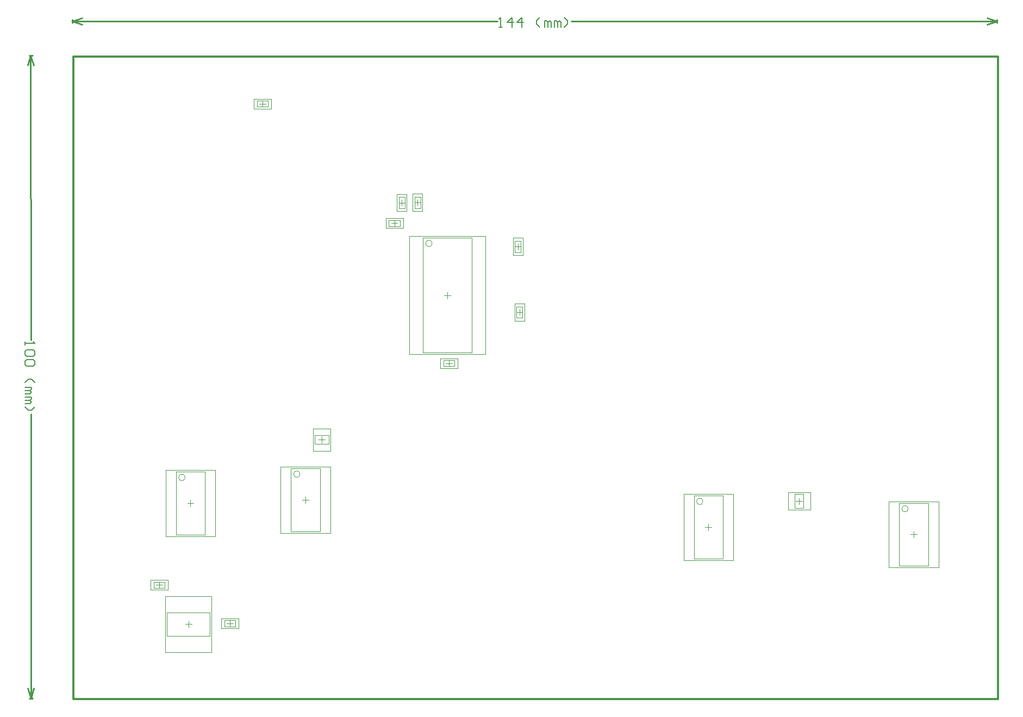
<source format=gko>
%FSLAX42Y42*%
%MOMM*%
G71*
G01*
G75*
G04 Layer_Color=16711935*
%ADD10O,1.40X0.45*%
%ADD11R,0.40X0.80*%
%ADD12R,1.00X0.90*%
%ADD13R,0.90X1.00*%
%ADD14R,0.80X0.40*%
%ADD15O,1.90X0.60*%
%ADD16R,0.90X2.25*%
%ADD17R,3.25X2.25*%
%ADD18C,0.25*%
%ADD19C,0.40*%
%ADD20C,0.30*%
%ADD21C,0.80*%
%ADD22C,0.50*%
%ADD23C,0.10*%
%ADD24C,0.05*%
%ADD25C,0.15*%
%ADD26C,1.50*%
%ADD27C,5.00*%
%ADD28C,2.00*%
%ADD29C,1.27*%
%ADD30C,6.00*%
%ADD31C,0.60*%
%ADD32C,0.25*%
%ADD33C,0.20*%
%ADD34O,1.60X0.65*%
%ADD35R,0.66X1.06*%
%ADD36R,0.60X1.00*%
%ADD37R,1.20X1.10*%
%ADD38R,1.10X1.20*%
%ADD39R,1.06X0.66*%
%ADD40R,1.00X0.60*%
%ADD41O,2.10X0.80*%
%ADD42R,1.10X2.45*%
%ADD43R,3.45X2.45*%
%ADD44C,1.70*%
%ADD45C,5.20*%
%ADD46C,2.20*%
%ADD47C,1.47*%
%ADD48C,6.20*%
D18*
X-16Y10545D02*
X6610D01*
X7757D02*
X14384D01*
X-16D02*
X136Y10596D01*
X-16Y10545D02*
X136Y10494D01*
X14231Y10596D02*
X14384Y10545D01*
X14231Y10494D02*
X14384Y10545D01*
X-16Y10520D02*
Y10570D01*
X14384Y10520D02*
Y10570D01*
X-663Y10011D02*
X-662Y5585D01*
X-662Y4438D02*
X-662Y11D01*
X-663Y10011D02*
X-612Y9859D01*
X-713D02*
X-663Y10011D01*
X-662Y11D02*
X-612Y164D01*
X-713D02*
X-662Y11D01*
X-688Y10011D02*
X-637D01*
X-688Y11D02*
X-637D01*
D20*
X0Y10000D02*
X0Y0D01*
X0Y10000D02*
X14400D01*
Y0D02*
Y10000D01*
X0Y0D02*
X14400Y0D01*
D23*
X9808Y3075D02*
G03*
X9808Y3075I-50J0D01*
G01*
X13006Y2960D02*
G03*
X13006Y2960I-50J0D01*
G01*
X1741Y3448D02*
G03*
X1741Y3448I-50J0D01*
G01*
X5589Y7089D02*
G03*
X5589Y7089I-50J0D01*
G01*
X3532Y3499D02*
G03*
X3532Y3499I-50J0D01*
G01*
X9668Y2185D02*
X10118D01*
X9668Y3165D02*
X10118D01*
Y2185D02*
Y3165D01*
X9668Y2185D02*
Y3165D01*
X12866Y2070D02*
X13316D01*
X12866Y3050D02*
X13316D01*
Y2070D02*
Y3050D01*
X12866Y2070D02*
Y3050D01*
X3760Y4103D02*
X3980D01*
X3760Y3967D02*
X3980D01*
Y4103D01*
X3760Y3967D02*
Y4103D01*
X5317Y7639D02*
X5412D01*
X5317Y7814D02*
X5412D01*
X5317Y7639D02*
Y7814D01*
X5412Y7639D02*
Y7814D01*
X5940Y5177D02*
Y5272D01*
X5765Y5177D02*
Y5272D01*
Y5177D02*
X5940D01*
X5765Y5272D02*
X5940D01*
X6904Y6107D02*
X6999D01*
X6904Y5932D02*
X6999D01*
Y6107D01*
X6904Y5932D02*
Y6107D01*
X5071Y7812D02*
X5166D01*
X5071Y7637D02*
X5166D01*
Y7812D01*
X5071Y7637D02*
Y7812D01*
X6879Y6953D02*
X6974D01*
X6879Y7128D02*
X6974D01*
X6879Y6953D02*
Y7128D01*
X6974Y6953D02*
Y7128D01*
X2861Y9216D02*
Y9311D01*
X3036Y9216D02*
Y9311D01*
X2861D02*
X3036D01*
X2861Y9216D02*
X3036D01*
X5091Y7357D02*
Y7452D01*
X4916Y7357D02*
Y7452D01*
Y7357D02*
X5091D01*
X4916Y7452D02*
X5091D01*
X1601Y2558D02*
X2051D01*
X1601Y3538D02*
X2051D01*
Y2558D02*
Y3538D01*
X1601Y2558D02*
Y3538D01*
X11240Y2967D02*
Y3188D01*
X11375Y2967D02*
Y3188D01*
X11240D02*
X11375D01*
X11240Y2967D02*
X11375D01*
X1252Y1727D02*
X1427D01*
X1252Y1823D02*
X1427D01*
Y1727D02*
Y1823D01*
X1252Y1727D02*
Y1823D01*
X5449Y5389D02*
X6209D01*
X5449Y7179D02*
X6209D01*
Y5389D02*
Y7179D01*
X5449Y5389D02*
Y7179D01*
X1461Y1348D02*
X2131D01*
X1461Y978D02*
X2131D01*
Y1348D01*
X1461Y978D02*
Y1348D01*
X2352Y1127D02*
Y1223D01*
X2527Y1127D02*
Y1223D01*
X2352D02*
X2527D01*
X2352Y1127D02*
X2527D01*
X3392Y2609D02*
X3842D01*
X3392Y3589D02*
X3842D01*
Y2609D02*
Y3589D01*
X3392Y2609D02*
Y3589D01*
X9893Y2625D02*
Y2725D01*
X9843Y2675D02*
X9943D01*
X13091Y2510D02*
Y2610D01*
X13041Y2560D02*
X13141D01*
X3870Y3985D02*
Y4085D01*
X3820Y4035D02*
X3920D01*
X5364Y7679D02*
Y7774D01*
X5317Y7727D02*
X5412D01*
X5805Y5225D02*
X5900D01*
X5852Y5177D02*
Y5272D01*
X6952Y5972D02*
Y6067D01*
X6904Y6020D02*
X6999D01*
X5118Y7677D02*
Y7772D01*
X5071Y7724D02*
X5166D01*
X6927Y6993D02*
Y7088D01*
X6879Y7041D02*
X6974D01*
X2901Y9263D02*
X2996D01*
X2949Y9216D02*
Y9311D01*
X4956Y7404D02*
X5051D01*
X5004Y7357D02*
Y7452D01*
X1826Y2998D02*
Y3098D01*
X1776Y3048D02*
X1876D01*
X11257Y3077D02*
X11357D01*
X11307Y3027D02*
Y3127D01*
X1340Y1727D02*
Y1823D01*
X1293Y1775D02*
X1388D01*
X5829Y6234D02*
Y6334D01*
X5779Y6284D02*
X5879D01*
X1796Y1113D02*
Y1213D01*
X1746Y1163D02*
X1846D01*
X2392Y1175D02*
X2488D01*
X2440Y1127D02*
Y1223D01*
X3617Y3049D02*
Y3149D01*
X3567Y3099D02*
X3667D01*
D24*
X9506Y2160D02*
X10281D01*
X9506Y3190D02*
X10281D01*
Y2160D02*
Y3190D01*
X9506Y2160D02*
Y3190D01*
X12704Y2045D02*
X13479D01*
X12704Y3075D02*
X13479D01*
Y2045D02*
Y3075D01*
X12704Y2045D02*
Y3075D01*
X3735Y4208D02*
X4005D01*
X3735Y3862D02*
X4005D01*
Y4208D01*
X3735Y3862D02*
Y4208D01*
X5289Y7592D02*
X5439D01*
X5289Y7862D02*
X5439D01*
X5289Y7592D02*
Y7862D01*
X5439Y7592D02*
Y7862D01*
X5987Y5150D02*
Y5300D01*
X5717Y5150D02*
Y5300D01*
Y5150D02*
X5987D01*
X5717Y5300D02*
X5987D01*
X6877Y6155D02*
X7027D01*
X6877Y5885D02*
X7027D01*
Y6155D01*
X6877Y5885D02*
Y6155D01*
X5043Y7859D02*
X5193D01*
X5043Y7589D02*
X5193D01*
Y7859D01*
X5043Y7589D02*
Y7859D01*
X6852Y6906D02*
X7002D01*
X6852Y7176D02*
X7002D01*
X6852Y6906D02*
Y7176D01*
X7002Y6906D02*
Y7176D01*
X2814Y9188D02*
Y9338D01*
X3084Y9188D02*
Y9338D01*
X2814D02*
X3084D01*
X2814Y9188D02*
X3084D01*
X5139Y7329D02*
Y7479D01*
X4869Y7329D02*
Y7479D01*
Y7329D02*
X5139D01*
X4869Y7479D02*
X5139D01*
X1439Y2533D02*
X2214D01*
X1439Y3563D02*
X2214D01*
Y2533D02*
Y3563D01*
X1439Y2533D02*
Y3563D01*
X11135Y2942D02*
Y3212D01*
X11480Y2942D02*
Y3212D01*
X11135D02*
X11480D01*
X11135Y2942D02*
X11480D01*
X1205Y1700D02*
X1475D01*
X1205Y1850D02*
X1475D01*
Y1700D02*
Y1850D01*
X1205Y1700D02*
Y1850D01*
X5237Y5364D02*
X6422D01*
X5237Y7204D02*
X6422D01*
Y5364D02*
Y7204D01*
X5237Y5364D02*
Y7204D01*
X1436Y1598D02*
X2156D01*
X1436Y728D02*
X2156D01*
Y1598D01*
X1436Y728D02*
Y1598D01*
X2305Y1100D02*
Y1250D01*
X2575Y1100D02*
Y1250D01*
X2305D02*
X2575D01*
X2305Y1100D02*
X2575D01*
X3229Y2584D02*
X4004D01*
X3229Y3614D02*
X4004D01*
Y2584D02*
Y3614D01*
X3229Y2584D02*
Y3614D01*
D25*
X6635Y10454D02*
X6686D01*
X6661D01*
Y10606D01*
X6635Y10581D01*
X6838Y10454D02*
Y10606D01*
X6762Y10530D01*
X6864D01*
X6991Y10454D02*
Y10606D01*
X6914Y10530D01*
X7016D01*
X7270Y10454D02*
X7219Y10504D01*
Y10555D01*
X7270Y10606D01*
X7346Y10454D02*
Y10555D01*
X7372D01*
X7397Y10530D01*
Y10454D01*
Y10530D01*
X7422Y10555D01*
X7448Y10530D01*
Y10454D01*
X7498D02*
Y10555D01*
X7524D01*
X7549Y10530D01*
Y10454D01*
Y10530D01*
X7575Y10555D01*
X7600Y10530D01*
Y10454D01*
X7651D02*
X7702Y10504D01*
Y10555D01*
X7651Y10606D01*
X-754Y5560D02*
Y5509D01*
Y5534D01*
X-602D01*
X-627Y5560D01*
Y5433D02*
X-602Y5407D01*
Y5357D01*
X-627Y5331D01*
X-729D01*
X-754Y5357D01*
Y5407D01*
X-729Y5433D01*
X-627D01*
Y5281D02*
X-602Y5255D01*
Y5204D01*
X-627Y5179D01*
X-729D01*
X-754Y5204D01*
Y5255D01*
X-729Y5281D01*
X-627D01*
X-754Y4925D02*
X-703Y4976D01*
X-652D01*
X-602Y4925D01*
X-754Y4849D02*
X-652D01*
Y4823D01*
X-678Y4798D01*
X-754D01*
X-678D01*
X-652Y4773D01*
X-678Y4747D01*
X-754D01*
Y4697D02*
X-652D01*
Y4671D01*
X-678Y4646D01*
X-754D01*
X-678D01*
X-652Y4620D01*
X-678Y4595D01*
X-754D01*
Y4544D02*
X-703Y4493D01*
X-652D01*
X-602Y4544D01*
M02*

</source>
